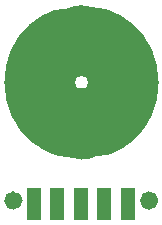
<source format=gbr>
%TF.GenerationSoftware,KiCad,Pcbnew,(5.1.10)-1*%
%TF.CreationDate,2021-10-07T10:54:52-05:00*%
%TF.ProjectId,BYTE_Magnetic,42595445-5f4d-4616-976e-657469632e6b,rev?*%
%TF.SameCoordinates,Original*%
%TF.FileFunction,Soldermask,Top*%
%TF.FilePolarity,Negative*%
%FSLAX46Y46*%
G04 Gerber Fmt 4.6, Leading zero omitted, Abs format (unit mm)*
G04 Created by KiCad (PCBNEW (5.1.10)-1) date 2021-10-07 10:54:52*
%MOMM*%
%LPD*%
G01*
G04 APERTURE LIST*
%ADD10C,6.000000*%
%ADD11C,0.800000*%
%ADD12R,1.200000X2.700000*%
G04 APERTURE END LIST*
D10*
X185534103Y-111670000D02*
G75*
G03*
X185534103Y-111670000I-3524103J0D01*
G01*
D11*
X188138426Y-121669178D02*
G75*
G03*
X188138426Y-121669178I-400000J0D01*
G01*
X176638426Y-121669178D02*
G75*
G03*
X176638426Y-121669178I-400000J0D01*
G01*
D12*
%TO.C,J1*%
X185950000Y-121940000D03*
X183950000Y-121940000D03*
X181950000Y-121940000D03*
X179950000Y-121940000D03*
X177950000Y-121940000D03*
%TD*%
M02*

</source>
